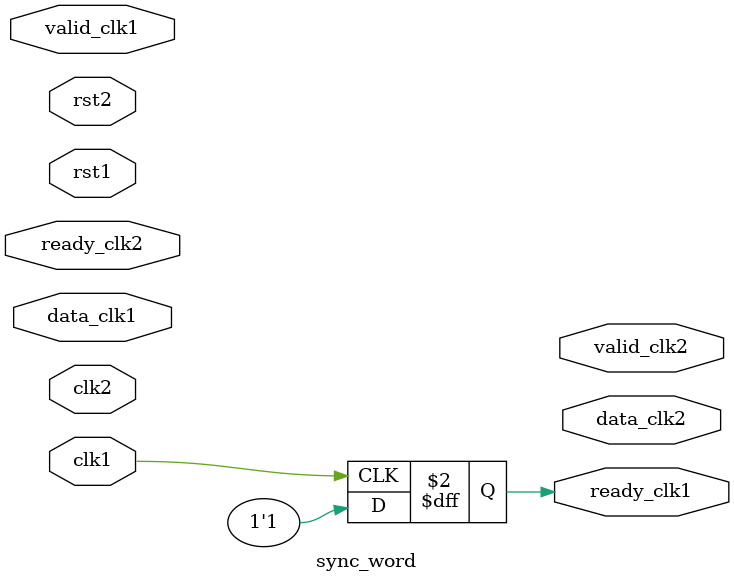
<source format=v>
`default_nettype none
module sync_flag (
    input clk1, input clk2,
    input flg_clk1, output flg_clk2
);
    reg [1:0] q;

    assign flg_clk2 = q[1];
    
    always @ (posedge clk2) q <= {q[0], flg_clk1};
endmodule

module sync_stb (
    input clk1, input clk2,
    input stb_clk1, output stb_clk2,
);
    reg [2:0] q;
    reg flag = 0;

    always @ (posedge clk1) begin
        if(stb_clk1) flag <= !flag;
    end

    always @ (posedge clk2) begin
        stb_clk2 <= q[2] != q[1];
        q <= {q[1], q[0], flag};
    end
endmodule

module sync_ready_valid (
    input clk1, input rst1, input clk2, input rst2,
    input valid_clk1, output reg ready_clk1,
    output reg valid_clk2, input ready_clk2,
);

    wire valid_stb_clk1;
    wire valid_stb_clk2;

    wire ready_stb_clk1;
    wire ready_stb_clk2;

    sync_stb valid_stb (
        .clk1(clk1), .clk2(clk2),
        .stb_clk1(valid_stb_clk1),
        .stb_clk2(valid_stb_clk2)
    );

    sync_stb ready_stb (
        .clk1(clk2), .clk2(clk1),
        .stb_clk1(ready_stb_clk2),
        .stb_clk2(valid_stb_clk1)
    );

    edge_detect valid_ed (
        .clk(clk1), .rst(0),
        .signal(valid_clk1),
        .rise(valid_stb_clk1)
    );

    edge_detect ready_ed (
        .clk(clk2), .rst(0),
        .signal(ready_clk2),
        .rise(valid_stb_clk2)
    );

    assign ready_clk1 = ready_stb_clk1;

    always @ (posedge clk1) if(rst1) begin
        ready_clk1 <= 0;
    end else begin
        ready_clk1 <= 0;
        if(ready_stb_clk1) ready_clk1 <= 1;
    end

    always @ (posedge clk2) if(rst2) begin
        valid_clk2 <= 0;
    end else begin
        if(valid_stb_clk2) valid_clk2 <= 1;
        if(ready_clk2) valid_clk2 <= 0;
    end

endmodule

module sync_word (
    clk1, rst1, clk2, rst2,
    valid_clk1, ready_clk1, data_clk1,
    valid_clk2, ready_clk2, data_clk2,
);
    parameter WIDTH = 8;
    input clk1; input rst1; input clk2; input rst2;
    input valid_clk1; output reg ready_clk1; input [WIDTH-1:0] data_clk1;
    output reg valid_clk2; input ready_clk2; output reg [WIDTH-1:0] data_clk2;

    wire transfer_stb_clk1;

    

    always @ (posedge clk1) begin
        ready_clk1 <= 1;
    end
endmodule

</source>
